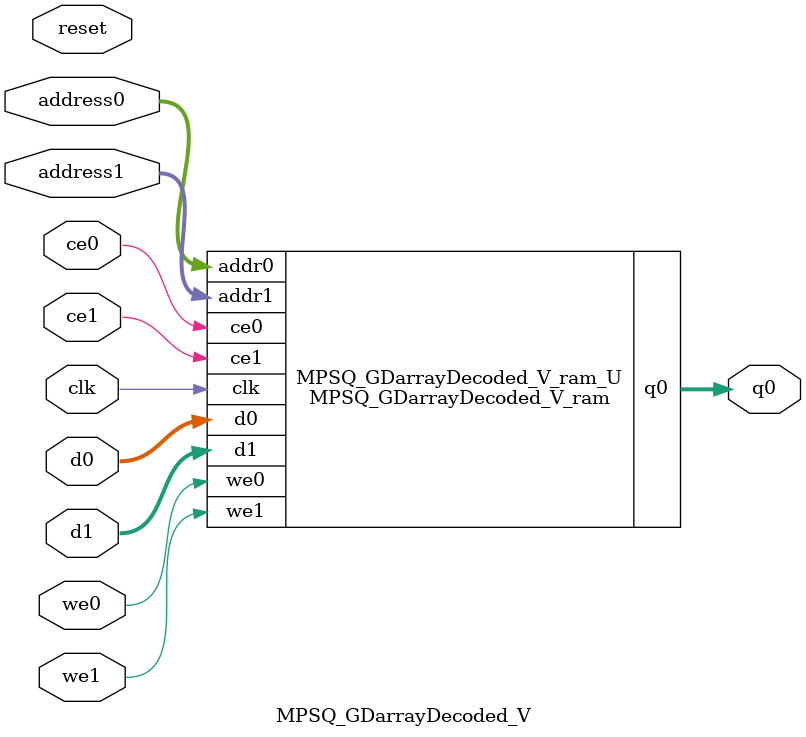
<source format=v>
`timescale 1 ns / 1 ps
module MPSQ_GDarrayDecoded_V_ram (addr0, ce0, d0, we0, q0, addr1, ce1, d1, we1,  clk);

parameter DWIDTH = 32;
parameter AWIDTH = 12;
parameter MEM_SIZE = 2560;

input[AWIDTH-1:0] addr0;
input ce0;
input[DWIDTH-1:0] d0;
input we0;
output reg[DWIDTH-1:0] q0;
input[AWIDTH-1:0] addr1;
input ce1;
input[DWIDTH-1:0] d1;
input we1;
input clk;

reg [DWIDTH-1:0] ram[0:MEM_SIZE-1];




always @(posedge clk)  
begin 
    if (ce0) begin
        if (we0) 
            ram[addr0] <= d0; 
        q0 <= ram[addr0];
    end
end


always @(posedge clk)  
begin 
    if (ce1) begin
        if (we1) 
            ram[addr1] <= d1; 
    end
end


endmodule

`timescale 1 ns / 1 ps
module MPSQ_GDarrayDecoded_V(
    reset,
    clk,
    address0,
    ce0,
    we0,
    d0,
    q0,
    address1,
    ce1,
    we1,
    d1);

parameter DataWidth = 32'd32;
parameter AddressRange = 32'd2560;
parameter AddressWidth = 32'd12;
input reset;
input clk;
input[AddressWidth - 1:0] address0;
input ce0;
input we0;
input[DataWidth - 1:0] d0;
output[DataWidth - 1:0] q0;
input[AddressWidth - 1:0] address1;
input ce1;
input we1;
input[DataWidth - 1:0] d1;



MPSQ_GDarrayDecoded_V_ram MPSQ_GDarrayDecoded_V_ram_U(
    .clk( clk ),
    .addr0( address0 ),
    .ce0( ce0 ),
    .we0( we0 ),
    .d0( d0 ),
    .q0( q0 ),
    .addr1( address1 ),
    .ce1( ce1 ),
    .we1( we1 ),
    .d1( d1 ));

endmodule


</source>
